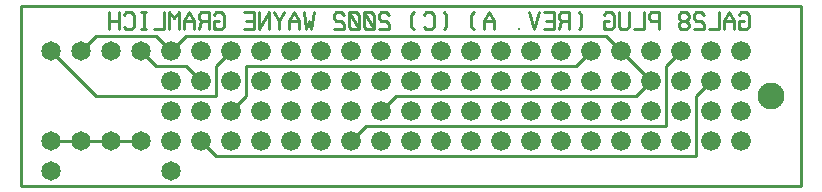
<source format=gbl>
%MOIN*%
%FSLAX25Y25*%
G04 D10 used for Character Trace; *
G04     Circle (OD=.01000) (No hole)*
G04 D11 used for Power Trace; *
G04     Circle (OD=.06700) (No hole)*
G04 D12 used for Signal Trace; *
G04     Circle (OD=.01100) (No hole)*
G04 D13 used for Via; *
G04     Circle (OD=.05800) (Round. Hole ID=.02800)*
G04 D14 used for Component hole; *
G04     Circle (OD=.06500) (Round. Hole ID=.03500)*
G04 D15 used for Component hole; *
G04     Circle (OD=.06600) (Round. Hole ID=.04200)*
G04 D16 used for Component hole; *
G04     Circle (OD=.08200) (Round. Hole ID=.05200)*
G04 D17 used for Component hole; *
G04     Circle (OD=.08950) (Round. Hole ID=.05950)*
G04 D18 used for Component hole; *
G04     Circle (OD=.11600) (Round. Hole ID=.08600)*
G04 D19 used for Component hole; *
G04     Circle (OD=.15500) (Round. Hole ID=.12500)*
G04 D20 used for Component hole; *
G04     Circle (OD=.18200) (Round. Hole ID=.15200)*
G04 D21 used for Component hole; *
G04     Circle (OD=.24300) (Round. Hole ID=.21300)*
%ADD10C,.01000*%
%ADD11C,.06700*%
%ADD12C,.01100*%
%ADD13C,.05800*%
%ADD14C,.06500*%
%ADD15C,.06600*%
%ADD16C,.08200*%
%ADD17C,.08950*%
%ADD18C,.11600*%
%ADD19C,.15500*%
%ADD20C,.18200*%
%ADD21C,.24300*%
%IPPOS*%
%LPD*%
G90*X0Y0D02*D14*X10000Y5000D03*Y15000D03*D12*     
X20000D01*D14*D03*D12*X30000D01*D14*D03*D12*      
X40000D01*D14*D03*X50000Y5000D03*D15*Y25000D03*   
Y15000D03*D12*X25000Y30000D02*X65000D01*Y40000D01*
X70000Y45000D01*D15*D03*D12*X75000Y30000D02*      
Y40000D01*X70000Y25000D02*X75000Y30000D01*D15*    
X70000Y25000D03*X80000Y15000D03*Y35000D03*        
X60000D03*D12*X55000Y40000D01*X45000D01*          
X40000Y45000D01*D14*D03*D12*X50000D02*            
X45000Y50000D01*D15*X50000Y45000D03*D12*          
X55000Y50000D01*X195000D01*X200000Y45000D01*D15*  
D03*D12*X210000Y35000D01*D15*D03*D12*             
X205000Y30000D01*X125000D01*X120000Y25000D01*D15* 
D03*D12*X110000Y15000D02*X115000Y20000D01*D15*    
X110000Y15000D03*D12*X115000Y20000D02*X215000D01* 
Y40000D01*X220000Y45000D01*D15*D03*               
X230000Y35000D03*D12*X225000Y30000D01*Y10000D01*  
X65000D01*X60000Y15000D01*D15*D03*X70000D03*      
X60000Y25000D03*X70000Y35000D03*X80000Y25000D03*  
X50000Y35000D03*D12*X75000Y40000D02*X185000D01*   
X190000Y45000D01*D15*D03*X200000Y35000D03*        
X180000D03*Y45000D03*X190000Y35000D03*            
X210000Y25000D03*X170000D03*X180000D03*           
X210000Y45000D03*X170000D03*X190000Y25000D03*     
X170000Y35000D03*X200000Y25000D03*                
X220000Y15000D03*X160000D03*X220000Y25000D03*     
X170000Y15000D03*X220000Y35000D03*                
X180000Y15000D03*X160000Y45000D03*                
X190000Y15000D03*X160000Y35000D03*                
X200000Y15000D03*X160000Y25000D03*                
X210000Y15000D03*X230000D03*Y25000D03*Y45000D03*  
X150000D03*Y35000D03*Y25000D03*Y15000D03*         
X240000D03*Y25000D03*Y35000D03*Y45000D03*         
X140000D03*Y35000D03*Y25000D03*Y15000D03*D17*     
X250000Y30000D03*D15*X130000Y45000D03*Y35000D03*  
Y25000D03*Y15000D03*D12*X0Y0D02*X260000D01*X0D02* 
Y60000D01*X260000D01*Y0D01*D15*X120000Y45000D03*  
Y35000D03*Y15000D03*X110000Y45000D03*Y35000D03*   
Y25000D03*X100000Y45000D03*Y35000D03*Y25000D03*   
Y15000D03*X90000Y45000D03*Y35000D03*Y25000D03*    
Y15000D03*X80000Y45000D03*X60000D03*D12*          
X25000Y50000D02*X45000D01*X20000Y45000D02*        
X25000Y50000D01*D14*X20000Y45000D03*D10*          
X239163Y53086D02*X240000Y52129D01*X241674D01*     
X242511Y53086D01*Y56914D01*X241674Y57871D01*      
X240000D01*X239163Y56914D01*X240837Y55000D02*     
X239163D01*Y52129D01*X237511D02*Y55000D01*        
X235837Y57871D01*X234163Y55000D01*Y52129D01*      
X237511Y55000D02*X234163D01*X232511Y57871D02*     
Y52129D01*X229163D01*X227511Y56914D02*            
X226674Y57871D01*X225000D01*X224163Y56914D01*     
Y55957D01*X225000Y55000D01*X226674D01*            
X227511Y54043D01*Y52129D01*X224163D01*            
X221674Y55000D02*X222511Y55957D01*Y56914D01*      
X221674Y57871D01*X220000D01*X219163Y56914D01*     
Y55957D01*X220000Y55000D01*X221674D01*            
X222511Y54043D01*Y53086D01*X221674Y52129D01*      
X220000D01*X219163Y53086D01*Y54043D01*            
X220000Y55000D01*X212511Y52129D02*Y57871D01*      
X210000D01*X209163Y56914D01*Y55957D01*            
X210000Y55000D01*X212511D01*X207511Y57871D02*     
Y52129D01*X204163D01*X199163Y57871D02*Y53086D01*  
X200000Y52129D01*X201674D01*X202511Y53086D01*     
Y57871D01*X194163Y53086D02*X195000Y52129D01*      
X196674D01*X197511Y53086D01*Y56914D01*            
X196674Y57871D01*X195000D01*X194163Y56914D01*     
X195837Y55000D02*X194163D01*Y52129D01*            
X185837Y57871D02*X186674Y56914D01*Y53086D01*      
X185837Y52129D01*X182511D02*Y57871D01*X180000D01* 
X179163Y56914D01*Y55957D01*X180000Y55000D01*      
X182511D01*X180000D02*X179163Y52129D01*X174163D02*
X177511D01*Y57871D01*X174163D01*X177511Y55000D02* 
X175000D01*X172511Y57871D02*X170837Y52129D01*     
X169163Y57871D01*X165837Y52129D03*X157511D02*     
Y55000D01*X155837Y57871D01*X154163Y55000D01*      
Y52129D01*X157511Y55000D02*X154163D01*            
X150837Y57871D02*X150000Y56914D01*Y53086D01*      
X150837Y52129D01*X140837Y57871D02*                
X141674Y56914D01*Y53086D01*X140837Y52129D01*      
X134163Y53086D02*X135000Y52129D01*X136674D01*     
X137511Y53086D01*Y56914D01*X136674Y57871D01*      
X135000D01*X134163Y56914D01*X130837Y57871D02*     
X130000Y56914D01*Y53086D01*X130837Y52129D01*      
X122511Y56914D02*X121674Y57871D01*X120000D01*     
X119163Y56914D01*Y55957D01*X120000Y55000D01*      
X121674D01*X122511Y54043D01*Y52129D01*X119163D01* 
X114163Y53086D02*X115000Y52129D01*X116674D01*     
X117511Y53086D01*Y56914D01*X116674Y57871D01*      
X115000D01*X114163Y56914D01*Y53086D01*            
X117511Y52129D02*X114163Y57871D01*                
X109163Y53086D02*X110000Y52129D01*X111674D01*     
X112511Y53086D01*Y56914D01*X111674Y57871D01*      
X110000D01*X109163Y56914D01*Y53086D01*            
X112511Y52129D02*X109163Y57871D01*                
X107511Y56914D02*X106674Y57871D01*X105000D01*     
X104163Y56914D01*Y55957D01*X105000Y55000D01*      
X106674D01*X107511Y54043D01*Y52129D01*X104163D01* 
X97511Y57871D02*X96674Y52129D01*X95837Y55000D01*  
X95000Y52129D01*X94163Y57871D01*X92511Y52129D02*  
Y55000D01*X90837Y57871D01*X89163Y55000D01*        
Y52129D01*X92511Y55000D02*X89163D01*              
X87511Y57871D02*X85837Y55000D01*X84163Y57871D01*  
X85837Y55000D02*Y52129D01*X82511D02*Y57871D01*    
X79163Y52129D01*Y57871D01*X74163Y52129D02*        
X77511D01*Y57871D01*X74163D01*X77511Y55000D02*    
X75000D01*X64163Y53086D02*X65000Y52129D01*        
X66674D01*X67511Y53086D01*Y56914D01*              
X66674Y57871D01*X65000D01*X64163Y56914D01*        
X65837Y55000D02*X64163D01*Y52129D01*X62511D02*    
Y57871D01*X60000D01*X59163Y56914D01*Y55957D01*    
X60000Y55000D01*X62511D01*X60000D02*              
X59163Y52129D01*X57511D02*Y55000D01*              
X55837Y57871D01*X54163Y55000D01*Y52129D01*        
X57511Y55000D02*X54163D01*X52511Y52129D02*        
Y57871D01*X50837Y55957D01*X49163Y57871D01*        
Y52129D01*X47511Y57871D02*Y52129D01*X44163D01*    
X40837D02*Y57871D01*X41674Y52129D02*X40000D01*    
X41674Y57871D02*X40000D01*X34163Y53086D02*        
X35000Y52129D01*X36674D01*X37511Y53086D01*        
Y56914D01*X36674Y57871D01*X35000D01*              
X34163Y56914D01*X32511Y52129D02*Y57871D01*        
X29163Y52129D02*Y57871D01*X32511Y55000D02*        
X29163D01*D14*X30000Y45000D03*X10000D03*D12*      
X25000Y30000D01*M02*                              

</source>
